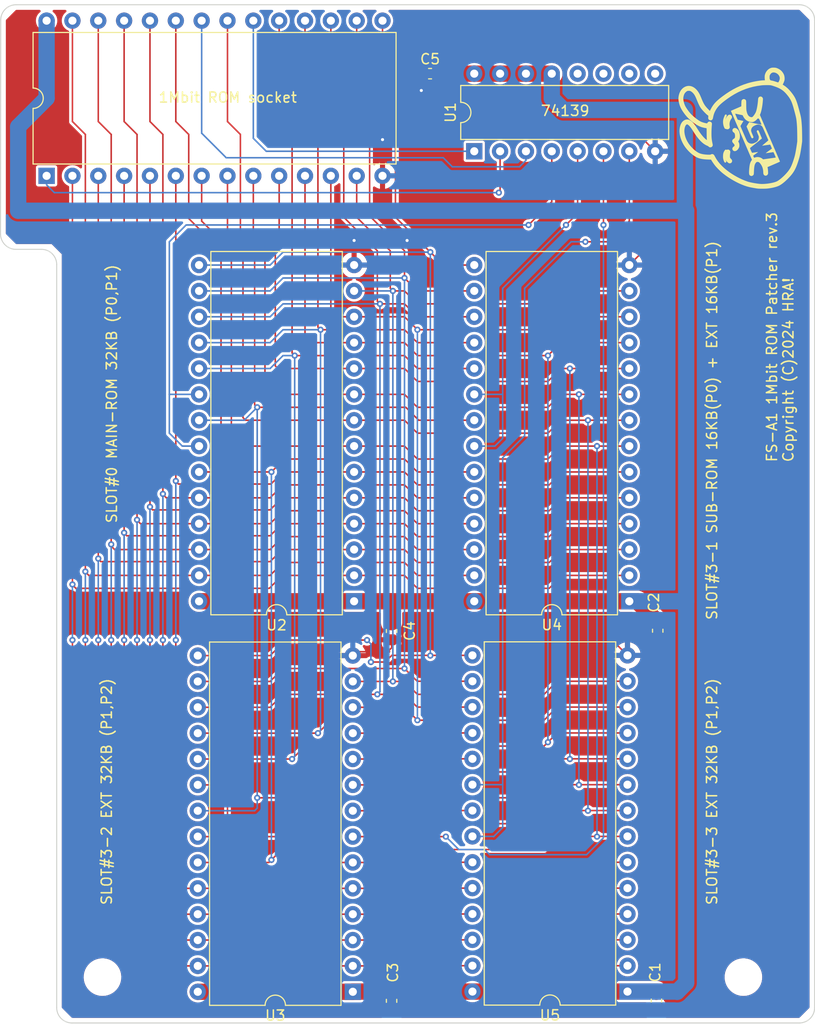
<source format=kicad_pcb>
(kicad_pcb (version 20221018) (generator pcbnew)
  (title_block (title "FS-A1_ROM_Patcher") (rev "1.0"))
  (layers (0 "F.Cu" signal) (31 "B.Cu" signal) (34 "B.Paste" user) (35 "F.Paste" user) (36 "B.SilkS" user "B.Silkscreen") (37 "F.SilkS" user "F.Silkscreen") (38 "B.Mask" user) (39 "F.Mask" user) (44 "Edge.Cuts" user))
  (net 0 "")
  (net 1 "Net-(1Mbit_MaskROM_SOCKET1-A15)")
  (net 2 "/A12")
  (net 3 "/A7")
  (net 4 "/A6")
  (net 5 "/A5")
  (net 6 "/A4")
  (net 7 "/A3")
  (net 8 "/A2")
  (net 9 "/A1")
  (net 10 "/A0")
  (net 11 "/D0")
  (net 12 "/D1")
  (net 13 "/D2")
  (net 14 "GND")
  (net 15 "/D3")
  (net 16 "/D4")
  (net 17 "/D5")
  (net 18 "/D6")
  (net 19 "/D7")
  (net 20 "Net-(1Mbit_MaskROM_SOCKET1-~{CE})")
  (net 21 "/A10")
  (net 22 "Net-(1Mbit_MaskROM_SOCKET1-A16)")
  (net 23 "/A11")
  (net 24 "/A9")
  (net 25 "/A8")
  (net 26 "/A13")
  (net 27 "/A14")
  (net 28 "VCC")
  (net 29 "Net-(U1A-O0)")
  (net 30 "Net-(U1A-O1)")
  (net 31 "Net-(U1A-O2)")
  (net 32 "Net-(U1A-O3)")
  (footprint "Package_DIP:DIP-16_W7.62mm" (layer "F.Cu") (at 106.045 64.389 90)
    (fp_text reference "U1")
    (fp_text value "74LS139")
  )
  (footprint "Capacitor_SMD:C_0603_1608Metric_Pad1.08x0.95mm_HandSolder" (layer "F.Cu") (at 101.7005 56.769)
    (fp_text reference "C5")
    (fp_text value "0.1uF")
  )
  (footprint "Package_DIP:DIP-28_W15.24mm" (layer "F.Cu") (at 94.107 146.939 180)
    (fp_text reference "U3")
    (fp_text value "27256")
  )
  (footprint "0-My_Parts:DIP-28_W15.24mm" (layer "F.Cu") (at 64.008 66.802 90)
    (fp_text reference "1Mbit_MaskROM_SOCKET1" hide)
    (fp_text value "~")
  )
  (footprint "Capacitor_SMD:C_0603_1608Metric_Pad1.08x0.95mm_HandSolder" (layer "F.Cu") (at 97.917 111.506 90)
    (fp_text reference "C4")
    (fp_text value "0.1uF")
  )
  (footprint "MountingHole:MountingHole_3.2mm_M3" (layer "F.Cu") (at 132.5 145.5)
    (fp_text reference "MH4" hide)
    (fp_text value "MountingHole_3.2mm_M3" hide)
  )
  (footprint "Capacitor_SMD:C_0603_1608Metric_Pad1.08x0.95mm_HandSolder" (layer "F.Cu") (at 97.917 147.828 90)
    (fp_text reference "C3")
    (fp_text value "0.1uF")
  )
  (footprint "Capacitor_SMD:C_0603_1608Metric_Pad1.08x0.95mm_HandSolder" (layer "F.Cu") (at 123.952 147.8015 -90)
    (fp_text reference "C1")
    (fp_text value "0.1uF")
  )
  (footprint "0-My_Parts:usa" (layer "F.Cu") (at 132 61.5 90)
    (fp_text reference "")
    (fp_text value "LOGO" hide)
  )
  (footprint "Package_DIP:DIP-28_W15.24mm" (layer "F.Cu") (at 94.234 108.585 180)
    (fp_text reference "U2")
    (fp_text value "27256")
  )
  (footprint "Package_DIP:DIP-28_W15.24mm" (layer "F.Cu") (at 121.107 146.919 180)
    (fp_text reference "U5")
    (fp_text value "27256")
  )
  (footprint "Package_DIP:DIP-28_W15.24mm" (layer "F.Cu") (at 121.285 108.585 180)
    (fp_text reference "U4")
    (fp_text value "27256")
  )
  (footprint "Capacitor_SMD:C_0603_1608Metric_Pad1.08x0.95mm_HandSolder" (layer "F.Cu") (at 124.079 111.4795 90)
    (fp_text reference "C2")
    (fp_text value "0.1uF")
  )
  (footprint "MountingHole:MountingHole_3.2mm_M3" (layer "F.Cu") (at 69.5 145.5)
    (fp_text reference "MH3" hide)
    (fp_text value "MountingHole_3.2mm_M3" hide)
  )
  (gr_line (start 59.5 51.5) (end 59.476584 72.5) (stroke (width 0.1)) (layer "Edge.Cuts"))
  (gr_line (start 139.5 148.5) (end 139.5 51.5) (stroke (width 0.1)) (layer "Edge.Cuts"))
  (gr_line (start 61 50) (end 138 50) (stroke (width 0.1)) (layer "Edge.Cuts"))
  (gr_arc (start 139.5 148.5) (mid 139.06066 149.56066) (end 138 150) (stroke (width 0.1)) (layer "Edge.Cuts"))
  (gr_arc (start 63.5 74.02) (mid 64.56066 74.45934) (end 65 75.52) (stroke (width 0.1)) (layer "Edge.Cuts"))
  (gr_line (start 60.898026 74.019999) (end 63.5 74.02) (stroke (width 0.1)) (layer "Edge.Cuts"))
  (gr_arc (start 66.5 150) (mid 65.43934 149.56066) (end 65 148.5) (stroke (width 0.1)) (layer "Edge.Cuts"))
  (gr_arc (start 138 50) (mid 139.06066 50.43934) (end 139.5 51.5) (stroke (width 0.1)) (layer "Edge.Cuts"))
  (gr_line (start 66.5 150) (end 138 150) (stroke (width 0.1)) (layer "Edge.Cuts"))
  (gr_line (start 65 75.52) (end 65 148.5) (stroke (width 0.1)) (layer "Edge.Cuts"))
  (gr_arc (start 59.5 51.5) (mid 59.93934 50.43934) (end 61 50) (stroke (width 0.1)) (layer "Edge.Cuts"))
  (gr_arc (start 60.898026 74.019999) (mid 59.887313 73.54054) (end 59.476584 72.5) (stroke (width 0.1)) (layer "Edge.Cuts"))
  (gr_text "SLOT#0 MAIN-ROM 32KB (P0,P1)" (at 71 101 90) (layer "F.SilkS") (effects (font (size 1 1)) (justify left bottom)))
  (gr_text "1Mbit ROM socket" (at 74.93 59.69) (layer "F.SilkS") (effects (font (size 1 1)) (justify left bottom)))
  (gr_text "FS-A1 1Mbit ROM Patcher rev.3\nCopyright (C)2024 HRA!" (at 137.5 95 90) (layer "F.SilkS") (effects (font (size 1 1)) (justify left bottom)))
  (gr_text "SLOT#3-3 EXT 32KB (P1,P2)" (at 130 138.5 90) (layer "F.SilkS") (effects (font (size 1 1)) (justify left bottom)))
  (gr_text "SLOT#3-2 EXT 32KB (P1,P2)" (at 70.5 138.5 90) (layer "F.SilkS") (effects (font (size 1 1)) (justify left bottom)))
  (gr_text "74139" (at 112.5 61) (layer "F.SilkS") (effects (font (size 1 1)) (justify left bottom)))
  (gr_text "SLOT#3-1 SUB-ROM 16KB(P0) + EXT 16KB(P1)" (at 130 110.5 90) (layer "F.SilkS") (effects (font (size 1 1)) (justify left bottom)))
  (segment (start 108.585 68.326) (end 108.585 64.389) (width 0.1524) (layer "F.Cu") (net 1))
  (segment (start 108.458 68.453) (end 108.585 68.326) (width 0.1524) (layer "F.Cu") (net 1))
  (via (at 108.458 68.453) (size 0.605) (drill 0.3) (layers "F.Cu" "B.Cu") (net 1))
  (segment (start 64.008 66.802) (end 64.008 67.691) (width 0.1524) (layer "B.Cu") (net 1))
  (segment (start 64.77 68.453) (end 108.458 68.453) (width 0.1524) (layer "B.Cu") (net 1))
  (segment (start 64.008 67.691) (end 64.77 68.453) (width 0.1524) (layer "B.Cu") (net 1))
  (segment (start 66.548 106.978) (end 66.885 107.315) (width 0.1524) (layer "F.Cu") (net 2))
  (segment (start 94.107 144.399) (end 99.187 144.399) (width 0.1524) (layer "F.Cu") (net 2))
  (segment (start 66.885 107.315) (end 85.896 107.315) (width 0.1524) (layer "F.Cu") (net 2))
  (segment (start 66.548 134.874) (end 77.343 145.669) (width 0.1524) (layer "F.Cu") (net 2))
  (segment (start 114.193 144.379) (end 121.107 144.379) (width 0.1524) (layer "F.Cu") (net 2))
  (segment (start 85.979 145.669) (end 87.249 144.399) (width 0.1524) (layer "F.Cu") (net 2))
  (segment (start 77.343 145.669) (end 85.979 145.669) (width 0.1524) (layer "F.Cu") (net 2))
  (segment (start 100.457 145.669) (end 112.903 145.669) (width 0.1524) (layer "F.Cu") (net 2))
  (segment (start 94.234 106.045) (end 99.187 106.045) (width 0.1524) (layer "F.Cu") (net 2))
  (segment (start 85.896 107.315) (end 87.166 106.045) (width 0.1524) (layer "F.Cu") (net 2))
  (segment (start 66.548 66.802) (end 66.548 106.934) (width 0.1524) (layer "F.Cu") (net 2))
  (segment (start 114.681 106.045) (end 121.285 106.045) (width 0.1524) (layer "F.Cu") (net 2))
  (segment (start 87.166 106.045) (end 94.234 106.045) (width 0.1524) (layer "F.Cu") (net 2))
  (segment (start 66.548 112.395) (end 66.548 134.874) (width 0.1524) (layer "F.Cu") (net 2))
  (segment (start 99.187 144.399) (end 100.457 145.669) (width 0.1524) (layer "F.Cu") (net 2))
  (segment (start 87.249 144.399) (end 94.107 144.399) (width 0.1524) (layer "F.Cu") (net 2))
  (segment (start 100.457 107.315) (end 113.411 107.315) (width 0.1524) (layer "F.Cu") (net 2))
  (segment (start 66.548 106.934) (end 66.548 106.978) (width 0.1524) (layer "F.Cu") (net 2))
  (segment (start 113.411 107.315) (end 114.681 106.045) (width 0.1524) (layer "F.Cu") (net 2))
  (segment (start 112.903 145.669) (end 114.193 144.379) (width 0.1524) (layer "F.Cu") (net 2))
  (segment (start 99.187 106.045) (end 100.457 107.315) (width 0.1524) (layer "F.Cu") (net 2))
  (via (at 66.548 112.395) (size 0.605) (drill 0.3) (layers "F.Cu" "B.Cu") (net 2))
  (via (at 66.548 106.934) (size 0.605) (drill 0.3) (layers "F.Cu" "B.Cu") (net 2))
  (segment (start 66.548 106.934) (end 66.548 112.395) (width 0.1524) (layer "B.Cu") (net 2))
  (segment (start 94.234 103.505) (end 87.166 103.505) (width 0.1524) (layer "F.Cu") (net 3))
  (segment (start 69.088 104.438) (end 69.342 104.692) (width 0.1524) (layer "F.Cu") (net 3))
  (segment (start 94.107 141.859) (end 99.187 141.859) (width 0.1524) (layer "F.Cu") (net 3))
  (segment (start 99.187 103.505) (end 100.457 104.775) (width 0.1524) (layer "F.Cu") (net 3))
  (segment (start 69.088 134.874) (end 77.343 143.129) (width 0.1524) (layer "F.Cu") (net 3))
  (segment (start 94.234 103.505) (end 99.187 103.505) (width 0.1524) (layer "F.Cu") (net 3))
  (segment (start 69.088 104.394) (end 69.088 104.438) (width 0.1524) (layer "F.Cu") (net 3))
  (segment (start 112.903 143.129) (end 114.193 141.839) (width 0.1524) (layer "F.Cu") (net 3))
  (segment (start 85.979 104.692) (end 87.144 103.527) (width 0.1524) (layer "F.Cu") (net 3))
  (segment (start 99.187 141.859) (end 100.457 143.129) (width 0.1524) (layer "F.Cu") (net 3))
  (segment (start 69.088 112.395) (end 69.088 134.874) (width 0.1524) (layer "F.Cu") (net 3))
  (segment (start 77.343 143.129) (end 85.979 143.129) (width 0.1524) (layer "F.Cu") (net 3))
  (segment (start 85.979 143.129) (end 87.249 141.859) (width 0.1524) (layer "F.Cu") (net 3))
  (segment (start 69.342 104.692) (end 85.979 104.692) (width 0.1524) (layer "F.Cu") (net 3))
  (segment (start 100.457 104.775) (end 113.411 104.775) (width 0.1524) (layer "F.Cu") (net 3))
  (segment (start 114.193 141.839) (end 121.107 141.839) (width 0.1524) (layer "F.Cu") (net 3))
  (segment (start 87.249 141.859) (end 94.107 141.859) (width 0.1524) (layer "F.Cu") (net 3))
  (segment (start 87.166 103.505) (end 87.144 103.527) (width 0.1524) (layer "F.Cu") (net 3))
  (segment (start 100.457 143.129) (end 112.903 143.129) (width 0.1524) (layer "F.Cu") (net 3))
  (segment (start 114.681 103.505) (end 121.285 103.505) (width 0.1524) (layer "F.Cu") (net 3))
  (segment (start 113.411 104.775) (end 114.681 103.505) (width 0.1524) (layer "F.Cu") (net 3))
  (segment (start 69.088 66.802) (end 69.088 104.394) (width 0.1524) (layer "F.Cu") (net 3))
  (via (at 69.088 112.395) (size 0.605) (drill 0.3) (layers "F.Cu" "B.Cu") (net 3))
  (via (at 69.088 104.394) (size 0.605) (drill 0.3) (layers "F.Cu" "B.Cu") (net 3))
  (segment (start 69.088 104.394) (end 69.088 112.395) (width 0.1524) (layer "B.Cu") (net 3))
  (segment (start 100.457 102.235) (end 113.411 102.235) (width 0.1524) (layer "F.Cu") (net 4))
  (segment (start 85.979 102.152) (end 87.166 100.965) (width 0.1524) (layer "F.Cu") (net 4))
  (segment (start 100.457 140.589) (end 112.903 140.589) (width 0.1524) (layer "F.Cu") (net 4))
  (segment (start 71.628 134.874) (end 77.343 140.589) (width 0.1524) (layer "F.Cu") (net 4))
  (segment (start 87.166 100.965) (end 94.234 100.965) (width 0.1524) (layer "F.Cu") (net 4))
  (segment (start 114.193 139.299) (end 121.107 139.299) (width 0.1524) (layer "F.Cu") (net 4))
  (segment (start 85.979 140.589) (end 87.249 139.319) (width 0.1524) (layer "F.Cu") (net 4))
  (segment (start 114.681 100.965) (end 121.285 100.965) (width 0.1524) (layer "F.Cu") (net 4))
  (segment (start 94.107 139.319) (end 99.187 139.319) (width 0.1524) (layer "F.Cu") (net 4))
  (segment (start 71.628 112.395) (end 71.628 134.874) (width 0.1524) (layer "F.Cu") (net 4))
  (segment (start 99.187 100.965) (end 100.457 102.235) (width 0.1524) (layer "F.Cu") (net 4))
  (segment (start 99.187 139.319) (end 100.457 140.589) (width 0.1524) (layer "F.Cu") (net 4))
  (segment (start 71.628 101.898) (end 71.882 102.152) (width 0.1524) (layer "F.Cu") (net 4))
  (segment (start 94.234 100.965) (end 99.187 100.965) (width 0.1524) (layer "F.Cu") (net 4))
  (segment (start 71.628 101.854) (end 71.628 101.898) (width 0.1524) (layer "F.Cu") (net 4))
  (segment (start 77.343 140.589) (end 85.979 140.589) (width 0.1524) (layer "F.Cu") (net 4))
  (segment (start 113.411 102.235) (end 114.681 100.965) (width 0.1524) (layer "F.Cu") (net 4))
  (segment (start 71.882 102.152) (end 85.979 102.152) (width 0.1524) (layer "F.Cu") (net 4))
  (segment (start 112.903 140.589) (end 114.193 139.299) (width 0.1524) (layer "F.Cu") (net 4))
  (segment (start 87.249 139.319) (end 94.107 139.319) (width 0.1524) (layer "F.Cu") (net 4))
  (segment (start 71.628 66.802) (end 71.628 101.854) (width 0.1524) (layer "F.Cu") (net 4))
  (via (at 71.628 112.395) (size 0.605) (drill 0.3) (layers "F.Cu" "B.Cu") (net 4))
  (via (at 71.628 101.854) (size 0.605) (drill 0.3) (layers "F.Cu" "B.Cu") (net 4))
  (segment (start 71.628 101.854) (end 71.628 112.395) (width 0.1524) (layer "B.Cu") (net 4))
  (segment (start 87.249 136.779) (end 94.107 136.779) (width 0.1524) (layer "F.Cu") (net 5))
  (segment (start 74.422 99.612) (end 85.979 99.612) (width 0.1524) (layer "F.Cu") (net 5))
  (segment (start 85.979 138.049) (end 87.249 136.779) (width 0.1524) (layer "F.Cu") (net 5))
  (segment (start 94.234 98.425) (end 99.187 98.425) (width 0.1524) (layer "F.Cu") (net 5))
  (segment (start 74.168 134.874) (end 77.343 138.049) (width 0.1524) (layer "F.Cu") (net 5))
  (segment (start 100.457 138.049) (end 112.903 138.049) (width 0.1524) (layer "F.Cu") (net 5))
  (segment (start 85.979 99.612) (end 87.166 98.425) (width 0.1524) (layer "F.Cu") (net 5))
  (segment (start 74.168 99.358) (end 74.422 99.612) (width 0.1524) (layer "F.Cu") (net 5))
  (segment (start 99.187 136.779) (end 100.457 138.049) (width 0.1524) (layer "F.Cu") (net 5))
  (segment (start 114.681 98.425) (end 121.285 98.425) (width 0.1524) (layer "F.Cu") (net 5))
  (segment (start 74.168 66.802) (end 74.168 99.314) (width 0.1524) (layer "F.Cu") (net 5))
  (segment (start 77.343 138.049) (end 85.979 138.049) (width 0.1524) (layer "F.Cu") (net 5))
  (segment (start 113.411 99.695) (end 114.681 98.425) (width 0.1524) (layer "F.Cu") (net 5))
  (segment (start 100.457 99.695) (end 113.411 99.695) (width 0.1524) (layer "F.Cu") (net 5))
  (segment (start 94.107 136.779) (end 99.187 136.779) (width 0.1524) (layer "F.Cu") (net 5))
  (segment (start 74.168 99.314) (end 74.168 99.358) (width 0.1524) (layer "F.Cu") (net 5))
  (segment (start 114.193 136.759) (end 121.107 136.759) (width 0.1524) (layer "F.Cu") (net 5))
  (segment (start 74.168 112.395) (end 74.168 134.874) (width 0.1524) (layer "F.Cu") (net 5))
  (segment (start 94.234 98.425) (end 87.166 98.425) (width 0.1524) (layer "F.Cu") (net 5))
  (segment (start 112.903 138.049) (end 114.193 136.759) (width 0.1524) (layer "F.Cu") (net 5))
  (segment (start 99.187 98.425) (end 100.457 99.695) (width 0.1524) (layer "F.Cu") (net 5))
  (via (at 74.168 112.395) (size 0.605) (drill 0.3) (layers "F.Cu" "B.Cu") (net 5))
  (via (at 74.168 99.314) (size 0.605) (drill 0.3) (layers "F.Cu" "B.Cu") (net 5))
  (segment (start 74.168 99.314) (end 74.168 112.395) (width 0.1524) (layer "B.Cu") (net 5))
  (segment (start 86.062 97.072) (end 87.249 95.885) (width 0.1524) (layer "F.Cu") (net 6))
  (segment (start 99.187 134.239) (end 100.457 135.509) (width 0.1524) (layer "F.Cu") (net 6))
  (segment (start 76.708 96.818) (end 76.962 97.072) (width 0.1524) (layer "F.Cu") (net 6))
  (segment (start 94.107 134.239) (end 99.187 134.239) (width 0.1524) (layer "F.Cu") (net 6))
  (segment (start 94.234 95.885) (end 87.249 95.885) (width 0.1524) (layer "F.Cu") (net 6))
  (segment (start 114.681 95.885) (end 121.285 95.885) (width 0.1524) (layer "F.Cu") (net 6))
  (segment (start 76.708 112.395) (end 76.708 134.874) (width 0.1524) (layer "F.Cu") (net 6))
  (segment (start 85.979 135.509) (end 87.249 134.239) (width 0.1524) (layer "F.Cu") (net 6))
  (segment (start 114.193 134.219) (end 121.107 134.219) (width 0.1524) (layer "F.Cu") (net 6))
  (segment (start 87.249 134.239) (end 94.107 134.239) (width 0.1524) (layer "F.Cu") (net 6))
  (segment (start 113.411 97.155) (end 114.681 95.885) (width 0.1524) (layer "F.Cu") (net 6))
  (segment (start 100.457 97.155) (end 113.411 97.155) (width 0.1524) (layer "F.Cu") (net 6))
  (segment (start 99.187 95.885) (end 100.457 97.155) (width 0.1524) (layer "F.Cu") (net 6))
  (segment (start 76.708 96.774) (end 76.708 96.818) (width 0.1524) (layer "F.Cu") (net 6))
  (segment (start 76.708 66.802) (end 76.708 96.774) (width 0.1524) (layer "F.Cu") (net 6))
  (segment (start 76.708 134.874) (end 77.343 135.509) (width 0.1524) (layer "F.Cu") (net 6))
  (segment (start 112.903 135.509) (end 114.193 134.219) (width 0.1524) (layer "F.Cu") (net 6))
  (segment (start 100.457 135.509) (end 112.903 135.509) (width 0.1524) (layer "F.Cu") (net 6))
  (segment (start 77.343 135.509) (end 85.979 135.509) (width 0.1524) (layer "F.Cu") (net 6))
  (segment (start 76.962 97.072) (end 86.062 97.072) (width 0.1524) (layer "F.Cu") (net 6))
  (segment (start 94.234 95.885) (end 99.187 95.885) (width 0.1524) (layer "F.Cu") (net 6))
  (via (at 76.708 96.774) (size 0.605) (drill 0.3) (layers "F.Cu" "B.Cu") (net 6))
  (via (at 76.708 112.395) (size 0.605) (drill 0.3) (layers "F.Cu" "B.Cu") (net 6))
  (segment (start 76.708 96.774) (end 76.708 112.395) (width 0.1524) (layer "B.Cu") (net 6))
  (segment (start 114.193 131.679) (end 118.09 131.679) (width 0.1524) (layer "F.Cu") (net 7))
  (segment (start 118.11 131.699) (end 118.13 131.679) (width 0.1524) (layer "F.Cu") (net 7))
  (segment (start 118.13 131.679) (end 121.107 131.679) (width 0.1524) (layer "F.Cu") (net 7))
  (segment (start 100.457 94.615) (end 113.284 94.615) (width 0.1524) (layer "F.Cu") (net 7))
  (segment (start 82.423 93.345) (end 94.234 93.345) (width 0.1524) (layer "F.Cu") (net 7))
  (segment (start 112.903 132.969) (end 114.193 131.679) (width 0.1524) (layer "F.Cu") (net 7))
  (segment (start 100.457 132.969) (end 112.903 132.969) (width 0.1524) (layer "F.Cu") (net 7))
  (segment (start 118.09 131.679) (end 118.11 131.699) (width 0.1524) (layer "F.Cu") (net 7))
  (segment (start 99.187 131.699) (end 100.457 132.969) (width 0.1524) (layer "F.Cu") (net 7))
  (segment (start 79.248 66.802) (end 79.248 71.247) (width 0.1524) (layer "F.Cu") (net 7))
  (segment (start 114.554 93.345) (end 121.285 93.345) (width 0.1524) (layer "F.Cu") (net 7))
  (segment (start 82.169 93.091) (end 82.423 93.345) (width 0.1524) (layer "F.Cu") (net 7))
  (segment (start 82.169 74.168) (end 82.169 93.091) (width 0.1524) (layer "F.Cu") (net 7))
  (segment (start 99.187 93.345) (end 100.457 94.615) (width 0.1524) (layer "F.Cu") (net 7))
  (segment (start 94.234 93.345) (end 99.187 93.345) (width 0.1524) (layer "F.Cu") (net 7))
  (segment (start 113.284 94.615) (end 114.554 93.345) (width 0.1524) (layer "F.Cu") (net 7))
  (segment (start 94.107 131.699) (end 99.187 131.699) (width 0.1524) (layer "F.Cu") (net 7))
  (segment (start 79.248 71.247) (end 82.169 74.168) (width 0.1524) (layer "F.Cu") (net 7))
  (via (at 118.11 93.345) (size 0.605) (drill 0.3) (layers "F.Cu" "B.Cu") (net 7))
  (via (at 118.11 131.699) (size 0.605) (drill 0.3) (layers "F.Cu" "B.Cu") (net 7))
  (segment (start 118.11 131.699) (end 118.11 93.345) (width 0.1524) (layer "B.Cu") (net 7))
  (segment (start 114.193 129.139) (end 117.201 129.139) (width 0.1524) (layer "F.Cu") (net 8))
  (segment (start 83.566 90.805) (end 94.234 90.805) (width 0.1524) (layer "F.Cu") (net 8))
  (segment (start 117.241 129.139) (end 121.107 129.139) (width 0.1524) (layer "F.Cu") (net 8))
  (segment (start 83.312 74.168) (end 83.312 90.551) (width 0.1524) (layer "F.Cu") (net 8))
  (segment (start 117.221 129.159) (end 117.241 129.139) (width 0.1524) (layer "F.Cu") (net 8))
  (segment (start 117.201 129.139) (end 117.221 129.159) (width 0.1524) (layer "F.Cu") (net 8))
  (segment (start 100.457 130.429) (end 112.903 130.429) (width 0.1524) (layer "F.Cu") (net 8))
  (segment (start 112.903 130.429) (end 114.193 129.139) (width 0.1524) (layer "F.Cu") (net 8))
  (segment (start 114.554 90.805) (end 121.285 90.805) (width 0.1524) (layer "F.Cu") (net 8))
  (segment (start 100.457 92.075) (end 113.284 92.075) (width 0.1524) (layer "F.Cu") (net 8))
  (segment (start 83.312 90.551) (end 83.566 90.805) (width 0.1524) (layer "F.Cu") (net 8))
  (segment (start 113.284 92.075) (end 114.554 90.805) (width 0.1524) (layer "F.Cu") (net 8))
  (segment (start 81.788 72.644) (end 83.312 74.168) (width 0.1524) (layer "F.Cu") (net 8))
  (segment (start 94.234 90.805) (end 99.187 90.805) (width 0.1524) (layer "F.Cu") (net 8))
  (segment (start 99.187 90.805) (end 100.457 92.075) (width 0.1524) (layer "F.Cu") (net 8))
  (segment (start 94.107 129.159) (end 99.187 129.159) (width 0.1524) (layer "F.Cu") (net 8))
  (segment (start 99.187 129.159) (end 100.457 130.429) (width 0.1524) (layer "F.Cu") (net 8))
  (segment (start 81.788 66.802) (end 81.788 72.644) (width 0.1524) (layer "F.Cu") (net 8))
  (via (at 117.221 129.159) (size 0.605) (drill 0.3) (layers "F.Cu" "B.Cu") (net 8))
  (via (at 117.221 90.805) (size 0.605) (drill 0.3) (layers "F.Cu" "B.Cu") (net 8))
  (segment (start 117.221 129.159) (end 117.221 90.805) (width 0.1524) (layer "B.Cu") (net 8))
  (segment (start 99.187 88.265) (end 100.457 89.535) (width 0.1524) (layer "F.Cu") (net 9))
  (segment (start 84.328 73.025) (end 85.471 74.168) (width 0.1524) (layer "F.Cu") (net 9))
  (segment (start 85.471 88.011) (end 85.725 88.265) (width 0.1524) (layer "F.Cu") (net 9))
  (segment (start 85.725 88.265) (end 94.234 88.265) (width 0.1524) (layer "F.Cu") (net 9))
  (segment (start 113.284 89.535) (end 114.554 88.265) (width 0.1524) (layer "F.Cu") (net 9))
  (segment (start 99.187 126.619) (end 100.457 127.889) (width 0.1524) (layer "F.Cu") (net 9))
  (segment (start 100.457 127.889) (end 112.903 127.889) (width 0.1524) (layer "F.Cu") (net 9))
  (segment (start 114.554 88.265) (end 121.285 88.265) (width 0.1524) (layer "F.Cu") (net 9))
  (segment (start 85.471 74.168) (end 85.471 88.011) (width 0.1524) (layer "F.Cu") (net 9))
  (segment (start 94.234 88.265) (end 99.187 88.265) (width 0.1524) (layer "F.Cu") (net 9))
  (segment (start 116.312 126.599) (end 116.332 126.619) (width 0.1524) (layer "F.Cu") (net 9))
  (segment (start 114.193 126.599) (end 116.312 126.599) (width 0.1524) (layer "F.Cu") (net 9))
  (segment (start 100.457 89.535) (end 113.284 89.535) (width 0.1524) (layer "F.Cu") (net 9))
  (segment (start 116.332 126.619) (end 116.352 126.599) (width 0.1524) (layer "F.Cu") (net 9))
  (segment (start 112.903 127.889) (end 114.193 126.599) (width 0.1524) (layer "F.Cu") (net 9))
  (segment (start 94.107 126.619) (end 99.187 126.619) (width 0.1524) (layer "F.Cu") (net 9))
  (segment (start 84.328 66.802) (end 84.328 73.025) (width 0.1524) (layer "F.Cu") (net 9))
  (segment (start 116.352 126.599) (end 121.107 126.599) (width 0.1524) (layer "F.Cu") (net 9))
  (via (at 116.332 88.265) (size 0.605) (drill 0.3) (layers "F.Cu" "B.Cu") (net 9))
  (via (at 116.332 126.619) (size 0.605) (drill 0.3) (layers "F.Cu" "B.Cu") (net 9))
  (segment (start 116.332 126.619) (end 116.332 88.265) (width 0.1524) (layer "B.Cu") (net 9))
  (segment (start 100.457 86.995) (end 113.284 86.995) (width 0.1524) (layer "F.Cu") (net 10))
  (segment (start 86.868 73.787) (end 86.487 74.168) (width 0.1524) (layer "F.Cu") (net 10))
  (segment (start 112.903 125.349) (end 114.193 124.059) (width 0.1524) (layer "F.Cu") (net 10))
  (segment (start 115.463 124.059) (end 121.107 124.059) (width 0.1524) (layer "F.Cu") (net 10))
  (segment (start 86.487 85.471) (end 86.741 85.725) (width 0.1524) (layer "F.Cu") (net 10))
  (segment (start 86.868 66.802) (end 86.868 73.787) (width 0.1524) (layer "F.Cu") (net 10))
  (segment (start 115.443 124.079) (end 115.463 124.059) (width 0.1524) (layer "F.Cu") (net 10))
  (segment (start 114.554 85.725) (end 121.285 85.725) (width 0.1524) (layer "F.Cu") (net 10))
  (segment (start 86.487 74.168) (end 86.487 85.471) (width 0.1524) (layer "F.Cu") (net 10))
  (segment (start 99.187 124.079) (end 100.457 125.349) (width 0.1524) (layer "F.Cu") (net 10))
  (segment (start 114.193 124.059) (end 115.423 124.059) (width 0.1524) (layer "F.Cu") (net 10))
  (segment (start 100.457 125.349) (end 112.903 125.349) (width 0.1524) (layer "F.Cu") (net 10))
  (segment (start 94.107 124.079) (end 99.187 124.079) (width 0.1524) (layer "F.Cu") (net 10))
  (segment (start 86.741 85.725) (end 94.234 85.725) (width 0.1524) (layer "F.Cu") (net 10))
  (segment (start 113.284 86.995) (end 114.554 85.725) (width 0.1524) (layer "F.Cu") (net 10))
  (segment (start 115.423 124.059) (end 115.443 124.079) (width 0.1524) (layer "F.Cu") (net 10))
  (segment (start 94.234 85.725) (end 99.187 85.725) (width 0.1524) (layer "F.Cu") (net 10))
  (segment (start 99.187 85.725) (end 100.457 86.995) (width 0.1524) (layer "F.Cu") (net 10))
  (via (at 115.443 124.079) (size 0.605) (drill 0.3) (layers "F.Cu" "B.Cu") (net 10))
  (via (at 115.443 85.725) (size 0.605) (drill 0.3) (layers "F.Cu" "B.Cu") (net 10))
  (segment (start 115.443 124.079) (end 115.443 85.725) (width 0.1524) (layer "B.Cu") (net 10))
  (segment (start 99.187 121.539) (end 100.457 122.809) (width 0.1524) (layer "F.Cu") (net 11))
  (segment (start 89.408 66.802) (end 89.408 82.931) (width 0.1524) (layer "F.Cu") (net 11))
  (segment (start 112.903 122.809) (end 114.193 121.519) (width 0.1524) (layer "F.Cu") (net 11))
  (segment (start 114.193 121.519) (end 121.107 121.519) (width 0.1524) (layer "F.Cu") (net 11))
  (segment (start 89.662 83.185) (end 94.234 83.185) (width 0.1524) (layer "F.Cu") (net 11))
  (segment (start 100.457 84.455) (end 113.284 84.455) (width 0.1524) (layer "F.Cu") (net 11))
  (segment (start 99.187 83.185) (end 100.457 84.455) (width 0.1524) (layer "F.Cu") (net 11))
  (segment (start 94.234 83.185) (end 99.187 83.185) (width 0.1524) (layer "F.Cu") (net 11))
  (segment (start 89.408 82.931) (end 89.662 83.185) (width 0.1524) (layer "F.Cu") (net 11))
  (segment (start 100.457 122.809) (end 112.903 122.809) (width 0.1524) (layer "F.Cu") (net 11))
  (segment (start 94.107 121.539) (end 99.187 121.539) (width 0.1524) (layer "F.Cu") (net 11))
  (segment (start 113.284 84.455) (end 114.554 83.185) (width 0.1524) (layer "F.Cu") (net 11))
  (segment (start 114.554 83.185) (end 121.285 83.185) (width 0.1524) (layer "F.Cu") (net 11))
  (via (at 113.284 84.455) (size 0.605) (drill 0.3) (layers "F.Cu" "B.Cu") (net 11))
  (via (at 113.284 122.428) (size 0.605) (drill 0.3) (layers "F.Cu" "B.Cu") (net 11))
  (segment (start 113.284 84.455) (end 113.284 122.428) (width 0.1524) (layer "B.Cu") (net 11))
  (segment (start 99.187 118.999) (end 100.457 120.269) (width 0.1524) (layer "F.Cu") (net 12))
  (segment (start 112.903 120.269) (end 114.193 118.979) (width 0.1524) (layer "F.Cu") (net 12))
  (segment (start 94.107 118.999) (end 99.187 118.999) (width 0.1524) (layer "F.Cu") (net 12))
  (segment (start 92.202 80.645) (end 94.234 80.645) (width 0.1524) (layer "F.Cu") (net 12))
  (segment (start 91.948 66.802) (end 91.948 80.391) (width 0.1524) (layer "F.Cu") (net 12))
  (segment (start 94.234 80.645) (end 99.187 80.645) (width 0.1524) (layer "F.Cu") (net 12))
  (segment (start 100.457 120.269) (end 112.903 120.269) (width 0.1524) (layer "F.Cu") (net 12))
  (segment (start 114.554 80.645) (end 121.285 80.645) (width 0.1524) (layer "F.Cu") (net 12))
  (segment (start 99.187 80.645) (end 100.457 81.915) (width 0.1524) (layer "F.Cu") (net 12))
  (segment (start 113.284 81.915) (end 114.554 80.645) (width 0.1524) (layer "F.Cu") (net 12))
  (segment (start 91.948 80.391) (end 92.202 80.645) (width 0.1524) (layer "F.Cu") (net 12))
  (segment (start 114.193 118.979) (end 121.107 118.979) (width 0.1524) (layer "F.Cu") (net 12))
  (segment (start 100.457 81.915) (end 113.284 81.915) (width 0.1524) (layer "F.Cu") (net 12))
  (via (at 100.457 81.915) (size 0.605) (drill 0.3) (layers "F.Cu" "B.Cu") (net 12))
  (via (at 100.457 120.269) (size 0.605) (drill 0.3) (layers "F.Cu" "B.Cu") (net 12))
  (segment (start 100.457 81.915) (end 100.457 120.269) (width 0.1524) (layer "B.Cu") (net 12))
  (segment (start 112.903 117.729) (end 114.193 116.439) (width 0.1524) (layer "F.Cu") (net 13))
  (segment (start 94.488 70.866) (end 97.79 74.168) (width 0.1524) (layer "F.Cu") (net 13))
  (segment (start 97.79 77.851) (end 98.044 78.105) (width 0.1524) (layer "F.Cu") (net 13))
  (segment (start 114.554 78.105) (end 121.285 78.105) (width 0.1524) (layer "F.Cu") (net 13))
  (segment (start 94.107 116.459) (end 99.187 116.459) (width 0.1524) (layer "F.Cu") (net 13))
  (segment (start 100.457 79.375) (end 113.284 79.375) (width 0.1524) (layer "F.Cu") (net 13))
  (segment (start 114.193 116.439) (end 121.107 116.439) (width 0.1524) (layer "F.Cu") (net 13))
  (segment (start 99.187 78.105) (end 100.457 79.375) (width 0.1524) (layer "F.Cu") (net 13))
  (segment (start 94.488 66.802) (end 94.488 70.866) (width 0.1524) (layer "F.Cu") (net 13))
  (segment (start 113.284 79.375) (end 114.554 78.105) (width 0.1524) (layer "F.Cu") (net 13))
  (segment (start 99.187 116.459) (end 100.457 117.729) (width 0.1524) (layer "F.Cu") (net 13))
  (segment (start 100.457 117.729) (end 112.903 117.729) (width 0.1524) (layer "F.Cu") (net 13))
  (segment (start 97.79 74.168) (end 97.79 77.851) (width 0.1524) (layer "F.Cu") (net 13))
  (segment (start 98.044 78.105) (end 99.187 78.105) (width 0.1524) (layer "F.Cu") (net 13))
  (via (at 98.044 116.459) (size 0.605) (drill 0.3) (layers "F.Cu" "B.Cu") (net 13))
  (via (at 98.044 78.105) (size 0.605) (drill 0.3) (layers "F.Cu" "B.Cu") (net 13))
  (segment (start 98.044 78.105) (end 94.234 78.105) (width 0.1524) (layer "B.Cu") (net 13))
  (segment (start 98.044 78.105) (end 98.044 116.459) (width 0.1524) (layer "B.Cu") (net 13))
  (segment (start 119.5765 112.3685) (end 121.107 113.899) (width 0.1524) (layer "F.Cu") (net 14))
  (segment (start 124.079 113.157) (end 123.3805 113.8555) (width 0.1524) (layer "F.Cu") (net 14))
  (segment (start 108.966 62.103) (end 121.539 62.103) (width 0.1524) (layer "F.Cu") (net 14))
  (segment (start 100.838 58.42) (end 105.283 58.42) (width 0.1524) (layer "F.Cu") (net 14))
  (segment (start 121.539 62.103) (end 123.825 64.389) (width 0.1524) (layer "F.Cu") (net 14))
  (segment (start 97.917 112.3685) (end 119.5765 112.3685) (width 0.1524) (layer "F.Cu") (net 14))
  (segment (start 125.603 116.078) (end 123.3805 113.8555) (width 0.1524) (layer "F.Cu") (net 14))
  (segment (start 125.402 148.664) (end 125.603 148.463) (width 0.1524) (layer "F.Cu") (net 14))
  (segment (start 105.283 58.42) (end 108.966 62.103) (width 0.1524) (layer "F.Cu") (net 14))
  (segment (start 123.952 148.664) (end 125.402 148.664) (width 0.1524) (layer "F.Cu") (net 14))
  (segment (start 97.028 66.802) (end 97.028 63.246) (width 0.1524) (layer "F.Cu") (net 14))
  (segment (start 100.838 56.769) (end 100.838 58.42) (width 0.1524) (layer "F.Cu") (net 14))
  (segment (start 97.028 66.802) (end 97.028 70.104) (width 0.1524) (layer "F.Cu") (net 14))
  (segment (start 97.917 148.6905) (end 123.9255 148.6905) (width 0.1524) (layer "F.Cu") (net 14))
  (segment (start 97.536 113.538) (end 94.488 113.538) (width 0.1524) (layer "F.Cu") (net 14))
  (segment (start 97.028 70.104) (end 97.028 70.739) (width 0.1524) (layer "F.Cu") (net 14))
  (segment (start 123.317 113.919) (end 121.127 113.919) (width 0.1524) (layer "F.Cu") (net 14))
  (segment (start 123.825 64.389) (end 123.825 73.025) (width 0.1524) (layer "F.Cu") (net 14))
  (segment (start 97.917 113.157) (end 97.536 113.538) (width 0.1524) (layer "F.Cu") (net 14))
  (segment (start 97.917 112.3685) (end 97.917 113.157) (width 0.1524) (layer "F.Cu") (net 14))
  (segment (start 124.079 112.342) (end 124.079 113.157) (width 0.1524) (layer "F.Cu") (net 14))
  (segment (start 123.825 73.025) (end 121.285 75.565) (width 0.1524) (layer "F.Cu") (net 14))
  (segment (start 97.028 70.739) (end 99.441 73.152) (width 0.1524) (layer "F.Cu") (net 14))
  (segment (start 125.603 116.078) (end 125.603 74.803) (width 0.1524) (layer "F.Cu") (net 14))
  (segment (start 123.3805 113.8555) (end 123.317 113.919) (width 0.1524) (layer "F.Cu") (net 14))
  (segment (start 125.603 74.803) (end 123.825 73.025) (width 0.1524) (layer "F.Cu") (net 14))
  (segment (start 125.603 148.463) (end 125.603 116.078) (width 0.1524) (layer "F.Cu") (net 14))
  (segment (start 94.234 75.565) (end 94.234 73.152) (width 0.1524) (layer "F.Cu") (net 14))
  (via (at 99.441 73.152) (size 0.605) (drill 0.3) (layers "F.Cu" "B.Cu") (net 14))
  (via (at 94.234 73.152) (size 0.605) (drill 0.3) (layers "F.Cu" "B.Cu") (net 14))
  (via (at 100.838 58.42) (size 0.605) (drill 0.3) (layers "F.Cu" "B.Cu") (net 14))
  (via (at 97.028 63.246) (size 0.605) (drill 0.3) (layers "F.Cu" "B.Cu") (net 14))
  (segment (start 97.028 62.23) (end 97.028 63.246) (width 0.1524) (layer "B.Cu") (net 14))
  (segment (start 94.234 73.152) (end 99.441 73.152) (width 0.1524) (layer "B.Cu") (net 14))
  (segment (start 100.838 58.42) (end 97.028 62.23) (width 0.1524) (layer "B.Cu") (net 14))
  (segment (start 105.867 113.899) (end 97.937 113.899) (width 0.1524) (layer "F.Cu") (net 15))
  (segment (start 97.028 51.562) (end 97.028 61.468) (width 0.1524) (layer "F.Cu") (net 15))
  (segment (start 98.298 70.866) (end 101.727 74.295) (width 0.1524) (layer "F.Cu") (net 15))
  (segment (start 97.937 113.899) (end 97.282 114.554) (width 0.1524) (layer "F.Cu") (net 15))
  (segment (start 98.298 62.738) (end 98.298 70.866) (width 0.1524) (layer "F.Cu") (net 15))
  (segment (start 85.979 113.919) (end 87.503 112.395) (width 0.1524) (layer "F.Cu") (net 15))
  (segment (start 102.997 75.565) (end 106.045 75.565) (width 0.1524) (layer "F.Cu") (net 15))
  (segment (start 97.028 61.468) (end 98.298 62.738) (width 0.1524) (layer "F.Cu") (net 15))
  (segment (start 101.727 74.295) (end 102.997 75.565) (width 0.1524) (layer "F.Cu") (net 15))
  (segment (start 78.867 113.919) (end 85.979 113.919) (width 0.1524) (layer "F.Cu") (net 15))
  (segment (start 87.503 112.395) (end 95.504 112.395) (width 0.1524) (layer "F.Cu") (net 15))
  (segment (start 97.282 114.554) (end 95.885 114.554) (width 0.1524) (layer "F.Cu") (net 15))
  (via (at 101.727 113.919) (size 0.605) (drill 0.3) (layers "F.Cu" "B.Cu") (net 15))
  (via (at 95.885 114.554) (size 0.605) (drill 0.3) (layers "F.Cu" "B.Cu") (net 15))
  (via (at 101.727 74.295) (size 0.605) (drill 0.3) (layers "F.Cu" "B.Cu") (net 15))
  (via (at 95.504 112.395) (size 0.605) (drill 0.3) (layers "F.Cu" "B.Cu") (net 15))
  (segment (start 101.727 74.295) (end 87.249 74.295) (width 0.1524) (layer "B.Cu") (net 15))
  (segment (start 87.249 74.295) (end 85.979 75.565) (width 0.1524) (layer "B.Cu") (net 15))
  (segment (start 101.727 113.792) (end 101.727 113.919) (width 0.1524) (layer "B.Cu") (net 15))
  (segment (start 101.727 74.295) (end 101.727 113.792) (width 0.1524) (layer "B.Cu") (net 15))
  (segment (start 85.979 75.565) (end 78.994 75.565) (width 0.1524) (layer "B.Cu") (net 15))
  (segment (start 95.885 114.554) (end 95.885 112.776) (width 0.1524) (layer "B.Cu") (net 15))
  (segment (start 95.885 112.776) (end 95.504 112.395) (width 0.1524) (layer "B.Cu") (net 15))
  (segment (start 99.187 115.189) (end 87.249 115.189) (width 0.1524) (layer "F.Cu") (net 16))
  (segment (start 87.249 115.189) (end 85.979 116.459) (width 0.1524) (layer "F.Cu") (net 16))
  (segment (start 99.187 76.835) (end 100.457 78.105) (width 0.1524) (layer "F.Cu") (net 16))
  (segment (start 85.979 116.459) (end 78.867 116.459) (width 0.1524) (layer "F.Cu") (net 16))
  (segment (start 100.457 78.105) (end 106.045 78.105) (width 0.1524) (layer "F.Cu") (net 16))
  (segment (start 94.488 51.562) (end 94.488 61.468) (width 0.1524) (layer "F.Cu") (net 16))
  (segment (start 99.187 74.168) (end 99.187 76.835) (width 0.1524) (layer "F.Cu") (net 16))
  (segment (start 95.758 62.738) (end 95.758 70.739) (width 0.1524) (layer "F.Cu") (net 16))
  (segment (start 95.758 70.739) (end 99.187 74.168) (width 0.1524) (layer "F.Cu") (net 16))
  (segment (start 94.488 61.468) (end 95.758 62.738) (width 0.1524) (layer "F.Cu") (net 16))
  (segment (start 99.187 115.189) (end 100.437 116.439) (width 0.1524) (layer "F.Cu") (net 16))
  (segment (start 100.437 116.439) (end 105.867 116.439) (width 0.1524) (layer "F.Cu") (net 16))
  (via (at 99.187 115.189) (size 0.605) (drill 0.3) (layers "F.Cu" "B.Cu") (net 16))
  (via (at 99.187 76.835) (size 0.605) (drill 0.3) (layers "F.Cu" "B.Cu") (net 16))
  (segment (start 99.187 76.835) (end 99.187 115.189) (width 0.1524) (layer "B.Cu") (net 16))
  (segment (start 99.187 76.835) (end 87.249 76.835) (width 0.1524) (layer "B.Cu") (net 16))
  (segment (start 87.249 76.835) (end 85.979 78.105) (width 0.1524) (layer "B.Cu") (net 16))
  (segment (start 85.979 78.105) (end 78.994 78.105) (width 0.1524) (layer "B.Cu") (net 16))
  (segment (start 96.52 117.729) (end 87.249 117.729) (width 0.1524) (layer "F.Cu") (net 17))
  (segment (start 91.948 61.468) (end 93.218 62.738) (width 0.1524) (layer "F.Cu") (net 17))
  (segment (start 100.477 118.979) (end 105.867 118.979) (width 0.1524) (layer "F.Cu") (net 17))
  (segment (start 99.187 117.729) (end 100.457 118.999) (width 0.1524) (layer "F.Cu") (net 17))
  (segment (start 93.218 70.866) (end 96.52 74.168) (width 0.1524) (layer "F.Cu") (net 17))
  (segment (start 96.52 117.729) (end 99.187 117.729) (width 0.1524) (layer "F.Cu") (net 17))
  (segment (start 87.249 117.729) (end 85.979 118.999) (width 0.1524) (layer "F.Cu") (net 17))
  (segment (start 85.979 118.999) (end 78.867 118.999) (width 0.1524) (layer "F.Cu") (net 17))
  (segment (start 91.948 51.562) (end 91.948 61.468) (width 0.1524) (layer "F.Cu") (net 17))
  (segment (start 93.218 62.738) (end 93.218 70.866) (width 0.1524) (layer "F.Cu") (net 17))
  (segment (start 96.52 79.121) (end 96.774 79.375) (width 0.1524) (layer "F.Cu") (net 17))
  (segment (start 100.457 118.999) (end 100.477 118.979) (width 0.1524) (layer "F.Cu") (net 17))
  (segment (start 99.187 79.375) (end 100.457 80.645) (width 0.1524) (layer "F.Cu") (net 17))
  (segment (start 100.457 80.645) (end 106.045 80.645) (width 0.1524) (layer "F.Cu") (net 17))
  (segment (start 96.774 79.375) (end 99.187 79.375) (width 0.1524) (layer "F.Cu") (net 17))
  (segment (start 96.52 74.168) (end 96.52 79.121) (width 0.1524) (layer "F.Cu") (net 17))
  (via (at 96.774 79.375) (size 0.605) (drill 0.3) (layers "F.Cu" "B.Cu") (net 17))
  (via (at 96.52 117.729) (size 0.605) (drill 0.3) (layers "F.Cu" "B.Cu") (net 17))
  (segment (start 96.774 79.375) (end 96.774 117.475) (width 0.1524) (layer "B.Cu") (net 17))
  (segment (start 85.979 80.645) (end 78.994 80.645) (width 0.1524) (layer "B.Cu") (net 17))
  (segment (start 96.774 79.375) (end 87.249 79.375) (width 0.1524) (layer "B.Cu") (net 17))
  (segment (start 96.774 117.475) (end 96.52 117.729) (width 0.1524) (layer "B.Cu") (net 17))
  (segment (start 87.249 79.375) (end 85.979 80.645) (width 0.1524) (layer "B.Cu") (net 17))
  (segment (start 90.932 81.915) (end 99.187 81.915) (width 0.1524) (layer "F.Cu") (net 18))
  (segment (start 99.187 81.915) (end 100.457 83.185) (width 0.1524) (layer "F.Cu") (net 18))
  (segment (start 90.678 62.738) (end 90.678 81.661) (width 0.1524) (layer "F.Cu") (net 18))
  (segment (start 100.437 121.519) (end 105.867 121.519) (width 0.1524) (layer "F.Cu") (net 18))
  (segment (start 90.678 121.539) (end 78.867 121.539) (width 0.1524) (layer "F.Cu") (net 18))
  (segment (start 89.408 61.468) (end 90.678 62.738) (width 0.1524) (layer "F.Cu") (net 18))
  (segment (start 99.187 120.269) (end 100.437 121.519) (width 0.1524) (layer "F.Cu") (net 18))
  (segment (start 90.678 121.539) (end 91.948 120.269) (width 0.1524) (layer "F.Cu") (net 18))
  (segment (start 89.408 51.562) (end 89.408 61.468) (width 0.1524) (layer "F.Cu") (net 18))
  (segment (start 90.678 81.661) (end 90.932 81.915) (width 0.1524) (layer "F.Cu") (net 18))
  (segment (start 100.457 83.185) (end 106.045 83.185) (width 0.1524) (layer "F.Cu") (net 18))
  (segment (start 91.948 120.269) (end 99.187 120.269) (width 0.1524) (layer "F.Cu") (net 18))
  (via (at 90.678 121.539) (size 0.605) (drill 0.3) (layers "F.Cu" "B.Cu") (net 18))
  (via (at 90.932 81.915) (size 0.605) (drill 0.3) (layers "F.Cu" "B.Cu") (net 18))
  (segment (start 90.932 81.915) (end 90.932 121.285) (width 0.1524) (layer "B.Cu") (net 18))
  (segment (start 85.979 83.185) (end 78.994 83.185) (width 0.1524) (layer "B.Cu") (net 18))
  (segment (start 90.932 81.915) (end 87.249 81.915) (width 0.1524) (layer "B.Cu") (net 18))
  (segment (start 87.249 81.915) (end 85.979 83.185) (width 0.1524) (layer "B.Cu") (net 18))
  (segment (start 90.932 121.285) (end 90.678 121.539) (width 0.1524) (layer "B.Cu") (net 18))
  (segment (start 88.138 124.079) (end 78.867 124.079) (width 0.1524) (layer "F.Cu") (net 19))
  (segment (start 89.281 122.936) (end 88.138 124.079) (width 0.1524) (layer "F.Cu") (net 19))
  (segment (start 88.138 84.201) (end 88.392 84.455) (width 0.1524) (layer "F.Cu") (net 19))
  (segment (start 86.868 61.468) (end 88.138 62.738) (width 0.1524) (layer "F.Cu") (net 19))
  (segment (start 88.138 62.738) (end 88.138 84.201) (width 0.1524) (layer "F.Cu") (net 19))
  (segment (start 99.314 122.936) (end 89.281 122.936) (width 0.1524) (layer "F.Cu") (net 19))
  (segment (start 100.457 85.725) (end 106.045 85.725) (width 0.1524) (layer "F.Cu") (net 19))
  (segment (start 100.477 124.059) (end 100.457 124.079) (width 0.1524) (layer "F.Cu") (net 19))
  (segment (start 105.867 124.059) (end 100.477 124.059) (width 0.1524) (layer "F.Cu") (net 19))
  (segment (start 99.187 84.455) (end 100.457 85.725) (width 0.1524) (layer "F.Cu") (net 19))
  (segment (start 86.868 51.562) (end 86.868 61.468) (width 0.1524) (layer "F.Cu") (net 19))
  (segment (start 88.392 84.455) (end 99.187 84.455) (width 0.1524) (layer "F.Cu") (net 19))
  (segment (start 100.457 124.079) (end 99.314 122.936) (width 0.1524) (layer "F.Cu") (net 19))
  (via (at 88.138 124.079) (size 0.605) (drill 0.3) (layers "F.Cu" "B.Cu") (net 19))
  (via (at 88.392 84.455) (size 0.605) (drill 0.3) (layers "F.Cu" "B.Cu") (net 19))
  (segment (start 85.979 85.725) (end 78.994 85.725) (width 0.1524) (layer "B.Cu") (net 19))
  (segment (start 88.392 123.825) (end 88.138 124.079) (width 0.1524) (layer "B.Cu") (net 19))
  (segment (start 88.392 84.455) (end 87.249 84.455) (width 0.1524) (layer "B.Cu") (net 19))
  (segment (start 88.392 84.455) (end 88.392 123.825) (width 0.1524) (layer "B.Cu") (net 19))
  (segment (start 87.249 84.455) (end 85.979 85.725) (width 0.1524) (layer "B.Cu") (net 19))
  (segment (start 84.328 63.119) (end 84.328 51.562) (width 0.1524) (layer "B.Cu") (net 20))
  (segment (start 106.045 64.389) (end 85.598 64.389) (width 0.1524) (layer "B.Cu") (net 20))
  (segment (start 85.598 64.389) (end 84.328 63.119) (width 0.1524) (layer "B.Cu") (net 20))
  (segment (start 83.058 62.738) (end 83.058 72.771) (width 0.1524) (layer "F.Cu") (net 21))
  (segment (start 105.867 129.139) (end 100.477 129.139) (width 0.1524) (layer "F.Cu") (net 21))
  (segment (start 100.584 90.805) (end 106.045 90.805) (width 0.1524) (layer "F.Cu") (net 21))
  (segment (start 100.477 129.139) (end 100.457 129.159) (width 0.1524) (layer "F.Cu") (net 21))
  (segment (start 81.788 51.562) (end 81.788 61.468) (width 0.1524) (layer "F.Cu") (net 21))
  (segment (start 99.187 127.889) (end 84.709 127.889) (width 0.1524) (layer "F.Cu") (net 21))
  (segment (start 83.058 72.771) (end 84.455 74.168) (width 0.1524) (layer "F.Cu") (net 21))
  (segment (start 84.455 74.168) (end 84.455 89.281) (width 0.1524) (layer "F.Cu") (net 21))
  (segment (start 84.455 89.281) (end 84.709 89.535) (width 0.1524) (layer "F.Cu") (net 21))
  (segment (start 84.709 89.535) (end 99.314 89.535) (width 0.1524) (layer "F.Cu") (net 21))
  (segment (start 100.457 129.159) (end 99.187 127.889) (width 0.1524) (layer "F.Cu") (net 21))
  (segment (start 99.314 89.535) (end 100.584 90.805) (width 0.1524) (layer "F.Cu") (net 21))
  (segment (start 81.788 61.468) (end 83.058 62.738) (width 0.1524) (layer "F.Cu") (net 21))
  (via (at 84.709 127.889) (size 0.605) (drill 0.3) (layers "F.Cu" "B.Cu") (net 21))
  (via (at 84.709 89.535) (size 0.605) (drill 0.3) (layers "F.Cu" "B.Cu") (net 21))
  (segment (start 84.709 128.905) (end 84.455 129.159) (width 0.1524) (layer "B.Cu") (net 21))
  (segment (start 84.455 129.159) (end 78.867 129.159) (width 0.1524) (layer "B.Cu") (net 21))
  (segment (start 84.709 89.535) (end 83.439 90.805) (width 0.1524) (layer "B.Cu") (net 21))
  (segment (start 83.439 90.805) (end 78.994 90.805) (width 0.1524) (layer "B.Cu") (net 21))
  (segment (start 84.709 89.535) (end 84.709 128.905) (width 0.1524) (layer "B.Cu") (net 21))
  (segment (start 79.248 62.611) (end 81.661 65.024) (width 0.1524) (layer "B.Cu") (net 22))
  (segment (start 102.997 65.024) (end 103.886 65.913) (width 0.1524) (layer "B.Cu") (net 22))
  (segment (start 110.49 65.913) (end 111.125 65.278) (width 0.1524) (layer "B.Cu") (net 22))
  (segment (start 81.661 65.024) (end 102.997 65.024) (width 0.1524) (layer "B.Cu") (net 22))
  (segment (start 103.886 65.913) (end 110.49 65.913) (width 0.1524) (layer "B.Cu") (net 22))
  (segment (start 79.248 51.562) (end 79.248 62.611) (width 0.1524) (layer "B.Cu") (net 22))
  (segment (start 111.125 65.278) (end 111.125 64.389) (width 0.1524) (layer "B.Cu") (net 22))
  (segment (start 76.708 51.562) (end 76.708 61.468) (width 0.1524) (layer "F.Cu") (net 23))
  (segment (start 77.978 62.738) (end 77.978 70.993) (width 0.1524) (layer "F.Cu") (net 23))
  (segment (start 100.457 95.885) (end 106.045 95.885) (width 0.1524) (layer "F.Cu") (net 23))
  (segment (start 87.376 94.615) (end 99.187 94.615) (width 0.1524) (layer "F.Cu") (net 23))
  (segment (start 81.2 95.885) (end 86.106 95.885) (width 0.1524) (layer "F.Cu") (net 23))
  (segment (start 99.187 132.969) (end 87.122 132.969) (width 0.1524) (layer "F.Cu") (net 23))
  (segment (start 81.153 95.802) (end 81.135 95.82) (width 0.1524) (layer "F.Cu") (net 23))
  (segment (start 100.457 134.239) (end 99.187 132.969) (width 0.1524) (layer "F.Cu") (net 23))
  (segment (start 87.122 132.969) (end 85.852 134.239) (width 0.1524) (layer "F.Cu") (net 23))
  (segment (start 81.153 74.168) (end 81.153 95.802) (width 0.1524) (layer "F.Cu") (net 23))
  (segment (start 85.852 134.239) (end 78.867 134.239) (width 0.1524) (layer "F.Cu") (net 23))
  (segment (start 99.187 94.615) (end 100.457 95.885) (width 0.1524) (layer "F.Cu") (net 23))
  (segment (start 76.708 61.468) (end 77.978 62.738) (width 0.1524) (layer "F.Cu") (net 23))
  (segment (start 77.978 70.993) (end 81.153 74.168) (width 0.1524) (layer "F.Cu") (net 23))
  (segment (start 105.867 134.219) (end 100.477 134.219) (width 0.1524) (layer "F.Cu") (net 23))
  (segment (start 78.994 95.885) (end 81.2 95.885) (width 0.1524) (layer "F.Cu") (net 23))
  (segment (start 86.106 95.885) (end 87.376 94.615) (width 0.1524) (layer "F.Cu") (net 23))
  (segment (start 81.135 95.82) (end 81.2 95.885) (width 0.1524) (layer "F.Cu") (net 23))
  (segment (start 100.477 134.219) (end 100.457 134.239) (width 0.1524) (layer "F.Cu") (net 23))
  (via (at 86.106 95.885) (size 0.605) (drill 0.3) (layers "F.Cu" "B.Cu") (net 23))
  (via (at 86.106 133.985) (size 0.605) (drill 0.3) (layers "F.Cu" "B.Cu") (net 23))
  (segment (start 86.106 95.885) (end 86.106 133.985) (width 0.1524) (layer "B.Cu") (net 23))
  (segment (start 75.438 98.044) (end 75.438 98.088) (width 0.1524) (layer "F.Cu") (net 24))
  (segment (start 105.867 136.759) (end 100.564 136.759) (width 0.1524) (layer "F.Cu") (net 24))
  (segment (start 75.775 98.425) (end 78.994 98.425) (width 0.1524) (layer "F.Cu") (net 24))
  (segment (start 87.249 135.509) (end 85.979 136.779) (width 0.1524) (layer "F.Cu") (net 24))
  (segment (start 85.979 136.779) (end 78.867 136.779) (width 0.1524) (layer "F.Cu") (net 24))
  (segment (start 75.438 112.395) (end 75.438 134.874) (width 0.1524) (layer "F.Cu") (net 24))
  (segment (start 74.168 61.468) (end 75.438 62.738) (width 0.1524) (layer "F.Cu") (net 24))
  (segment (start 74.168 51.562) (end 74.168 61.468) (width 0.1524) (layer "F.Cu") (net 24))
  (segment (start 75.438 134.874) (end 77.343 136.779) (width 0.1524) (layer "F.Cu") (net 24))
  (segment (start 85.979 98.425) (end 87.249 97.155) (width 0.1524) (layer "F.Cu") (net 24))
  (segment (start 75.438 62.738) (end 75.438 98.044) (width 0.1524) (layer "F.Cu") (net 24))
  (segment (start 100.457 98.425) (end 106.045 98.425) (width 0.1524) (layer "F.Cu") (net 24))
  (segment (start 99.314 135.509) (end 87.249 135.509) (width 0.1524) (layer "F.Cu") (net 24))
  (segment (start 87.249 97.155) (end 99.187 97.155) (width 0.1524) (layer "F.Cu") (net 24))
  (segment (start 75.438 98.088) (end 75.775 98.425) (width 0.1524) (layer "F.Cu") (net 24))
  (segment (start 77.343 136.779) (end 78.867 136.779) (width 0.1524) (layer "F.Cu") (net 24))
  (segment (start 100.564 136.759) (end 99.314 135.509) (width 0.1524) (layer "F.Cu") (net 24))
  (segment (start 99.187 97.155) (end 100.457 98.425) (width 0.1524) (layer "F.Cu") (net 24))
  (segment (start 78.994 98.425) (end 85.979 98.425) (width 0.1524) (layer "F.Cu") (net 24))
  (via (at 75.438 112.395) (size 0.605) (drill 0.3) (layers "F.Cu" "B.Cu") (net 24))
  (via (at 75.438 98.044) (size 0.605) (drill 0.3) (layers "F.Cu" "B.Cu") (net 24))
  (segment (start 75.438 98.044) (end 75.438 112.395) (width 0.1524) (layer "B.Cu") (net 24))
  (segment (start 85.979 100.965) (end 87.249 99.695) (width 0.1524) (layer "F.Cu") (net 25))
  (segment (start 71.628 61.468) (end 72.898 62.738) (width 0.1524) (layer "F.Cu") (net 25))
  (segment (start 72.898 100.584) (end 72.898 100.628) (width 0.1524) (layer "F.Cu") (net 25))
  (segment (start 71.628 51.562) (end 71.628 61.468) (width 0.1524) (layer "F.Cu") (net 25))
  (segment (start 78.867 139.319) (end 85.979 139.319) (width 0.1524) (layer "F.Cu") (net 25))
  (segment (start 100.437 139.299) (end 105.867 139.299) (width 0.1524) (layer "F.Cu") (net 25))
  (segment (start 72.898 100.628) (end 73.235 100.965) (width 0.1524) (layer "F.Cu") (net 25))
  (segment (start 73.235 100.965) (end 78.994 100.965) (width 0.1524) (layer "F.Cu") (net 25))
  (segment (start 72.898 134.874) (end 77.343 139.319) (width 0.1524) (layer "F.Cu") (net 25))
  (segment (start 72.898 112.395) (end 72.898 134.874) (width 0.1524) (layer "F.Cu") (net 25))
  (segment (start 99.187 99.695) (end 100.457 100.965) (width 0.1524) (layer "F.Cu") (net 25))
  (segment (start 85.979 139.319) (end 87.249 138.049) (width 0.1524) (layer "F.Cu") (net 25))
  (segment (start 87.249 138.049) (end 99.187 138.049) (width 0.1524) (layer "F.Cu") (net 25))
  (segment (start 77.343 139.319) (end 78.867 139.319) (width 0.1524) (layer "F.Cu") (net 25))
  (segment (start 72.898 62.738) (end 72.898 100.584) (width 0.1524) (layer "F.Cu") (net 25))
  (segment (start 99.187 138.049) (end 100.437 139.299) (width 0.1524) (layer "F.Cu") (net 25))
  (segment (start 87.249 99.695) (end 99.187 99.695) (width 0.1524) (layer "F.Cu") (net 25))
  (segment (start 100.457 100.965) (end 106.045 100.965) (width 0.1524) (layer "F.Cu") (net 25))
  (segment (start 78.994 100.965) (end 85.979 100.965) (width 0.1524) (layer "F.Cu") (net 25))
  (via (at 72.898 112.395) (size 0.605) (drill 0.3) (layers "F.Cu" "B.Cu") (net 25))
  (via (at 72.898 100.584) (size 0.605) (drill 0.3) (layers "F.Cu" "B.Cu") (net 25))
  (segment (start 72.898 100.584) (end 72.898 112.395) (width 0.1524) (layer "B.Cu") (net 25))
  (segment (start 100.457 103.505) (end 106.045 103.505) (width 0.1524) (layer "F.Cu") (net 26))
  (segment (start 77.343 141.859) (end 78.867 141.859) (width 0.1524) (layer "F.Cu") (net 26))
  (segment (start 100.477 141.839) (end 100.457 141.859) (width 0.1524) (layer "F.Cu") (net 26))
  (segment (start 99.187 102.235) (end 100.457 103.505) (width 0.1524) (layer "F.Cu") (net 26))
  (segment (start 100.457 141.859) (end 99.187 140.589) (width 0.1524) (layer "F.Cu") (net 26))
  (segment (start 70.358 103.168) (end 70.695 103.505) (width 0.1524) (layer "F.Cu") (net 26))
  (segment (start 105.867 141.839) (end 100.477 141.839) (width 0.1524) (layer "F.Cu") (net 26))
  (segment (start 85.979 103.505) (end 87.249 102.235) (width 0.1524) (layer "F.Cu") (net 26))
  (segment (start 70.695 103.505) (end 78.994 103.505) (width 0.1524) (layer "F.Cu") (net 26))
  (segment (start 87.249 102.235) (end 99.187 102.235) (width 0.1524) (layer "F.Cu") (net 26))
  (segment (start 69.088 51.562) (end 69.088 61.468) (width 0.1524) (layer "F.Cu") (net 26))
  (segment (start 70.358 102.997) (end 70.358 103.168) (width 0.1524) (layer "F.Cu") (net 26))
  (segment (start 70.358 62.738) (end 70.358 102.997) (width 0.1524) (layer "F.Cu") (net 26))
  (segment (start 85.979 141.859) (end 78.867 141.859) (width 0.1524) (layer "F.Cu") (net 26))
  (segment (start 70.358 134.874) (end 77.343 141.859) (width 0.1524) (layer "F.Cu") (net 26))
  (segment (start 69.088 61.468) (end 70.358 62.738) (width 0.1524) (layer "F.Cu") (net 26))
  (segment (start 99.187 140.589) (end 87.249 140.589) (width 0.1524) (layer "F.Cu") (net 26))
  (segment (start 87.249 140.589) (end 85.979 141.859) (width 0.1524) (layer "F.Cu") (net 26))
  (segment (start 70.358 112.395) (end 70.358 134.874) (width 0.1524) (layer "F.Cu") (net 26))
  (segment (start 78.994 103.505) (end 85.979 103.505) (width 0.1524) (layer "F.Cu") (net 26))
  (via (at 70.358 102.997) (size 0.605) (drill 0.3) (layers "F.Cu" "B.Cu") (net 26))
  (via (at 70.358 112.395) (size 0.605) (drill 0.3) (layers "F.Cu" "B.Cu") (net 26))
  (segment (start 70.358 102.997) (end 70.358 112.395) (width 0.1524) (layer "B.Cu") (net 26))
  (segment (start 67.818 105.708) (end 68.155 106.045) (width 0.1524) (layer "F.Cu") (net 27))
  (segment (start 67.818 62.738) (end 67.818 105.664) (width 0.1524) (layer "F.Cu") (net 27))
  (segment (start 85.979 106.045) (end 87.249 104.775) (width 0.1524) (layer "F.Cu") (net 27))
  (segment (start 68.155 106.045) (end 78.994 106.045) (width 0.1524) (layer "F.Cu") (net 27))
  (segment (start 87.249 143.129) (end 99.187 143.129) (width 0.1524) (layer "F.Cu") (net 27))
  (segment (start 67.818 112.395) (end 67.818 134.874) (width 0.1524) (layer "F.Cu") (net 27))
  (segment (start 78.994 106.045) (end 85.979 106.045) (width 0.1524) (layer "F.Cu") (net 27))
  (segment (start 67.818 105.664) (end 67.818 105.708) (width 0.1524) (layer "F.Cu") (net 27))
  (segment (start 100.457 106.045) (end 106.045 106.045) (width 0.1524) (layer "F.Cu") (net 27))
  (segment (start 87.249 104.775) (end 99.187 104.775) (width 0.1524) (layer "F.Cu") (net 27))
  (segment (start 78.867 144.399) (end 85.979 144.399) (width 0.1524) (layer "F.Cu") (net 27))
  (segment (start 66.548 61.468) (end 67.818 62.738) (width 0.1524) (layer "F.Cu") (net 27))
  (segment (start 85.979 144.399) (end 87.249 143.129) (width 0.1524) (layer "F.Cu") (net 27))
  (segment (start 99.187 143.129) (end 100.437 144.379) (width 0.1524) (layer "F.Cu") (net 27))
  (segment (start 67.818 134.874) (end 77.343 144.399) (width 0.1524) (layer "F.Cu") (net 27))
  (segment (start 66.548 51.562) (end 66.548 61.468) (width 0.1524) (layer "F.Cu") (net 27))
  (segment (start 99.187 104.775) (end 100.457 106.045) (width 0.1524) (layer "F.Cu") (net 27))
  (segment (start 100.437 144.379) (end 105.867 144.379) (width 0.1524) (layer "F.Cu") (net 27))
  (segment (start 77.343 144.399) (end 78.867 144.399) (width 0.1524) (layer "F.Cu") (net 27))
  (via (at 67.818 105.664) (size 0.605) (drill 0.3) (layers "F.Cu" "B.Cu") (net 27))
  (via (at 67.818 112.395) (size 0.605) (drill 0.3) (layers "F.Cu" "B.Cu") (net 27))
  (segment (start 67.818 105.664) (end 67.818 112.395) (width 0.1524) (layer "B.Cu") (net 27))
  (segment (start 94.107 146.939) (end 78.867 146.939) (width 1.6) (layer "F.Cu") (net 28))
  (segment (start 121.285 108.585) (end 106.045 108.585) (width 1.6) (layer "F.Cu") (net 28))
  (segment (start 113.665 56.769) (end 111.125 56.769) (width 1.6) (layer "F.Cu") (net 28))
  (segment (start 97.79 108.585) (end 94.234 108.585) (width 1.6) (layer "F.Cu") (net 28))
  (segment (start 94.127 146.919) (end 94.107 146.939) (width 1.6) (layer "F.Cu") (net 28))
  (segment (start 97.79 108.585) (end 97.917 108.712) (width 1.6) (layer "F.Cu") (net 28))
  (segment (start 108.585 56.769) (end 106.045 56.769) (width 1.6) (layer "F.Cu") (net 28))
  (segment (start 97.917 108.712) (end 97.917 110.6435) (width 1.6) (layer "F.Cu") (net 28))
  (segment (start 121.107 146.919) (end 123.932 146.919) (width 1.6) (layer "F.Cu") (net 28))
  (segment (start 106.045 108.585) (end 97.79 108.585) (width 1.6) (layer "F.Cu") (net 28))
  (segment (start 121.107 146.919) (end 105.867 146.919) (width 1.6) (layer "F.Cu") (net 28))
  (segment (start 106.045 56.769) (end 102.563 56.769) (width 1.6) (layer "F.Cu") (net 28))
  (segment (start 94.234 108.585) (end 78.994 108.585) (width 1.6) (layer "F.Cu") (net 28))
  (segment (start 105.867 146.919) (end 94.127 146.919) (width 1.6) (layer "F.Cu") (net 28))
  (segment (start 122.047 108.585) (end 124.079 110.617) (width 1.6) (layer "F.Cu") (net 28))
  (segment (start 111.125 56.769) (end 108.585 56.769) (width 1.6) (layer "F.Cu") (net 28))
  (segment (start 123.932 146.919) (end 123.952 146.939) (width 1.6) (layer "F.Cu") (net 28))
  (segment (start 121.285 108.585) (end 122.047 108.585) (width 1.6) (layer "F.Cu") (net 28))
  (segment (start 125.964 146.919) (end 121.107 146.919) (width 1.6) (layer "B.Cu") (net 28))
  (segment (start 61.214 70.231) (end 126.746 70.231) (width 1.6) (layer "B.Cu") (net 28))
  (segment (start 64.008 59.182) (end 61.214 61.976) (width 1.6) (layer "B.Cu") (net 28))
  (segment (start 126.746 70.231) (end 126.746 60.325) (width 1.6) (layer "B.Cu") (net 28))
  (segment (start 114.808 60.325) (end 113.665 59.182) (width 1.6) (layer "B.Cu") (net 28))
  (segment (start 126.873 108.585) (end 121.285 108.585) (width 1.6) (layer "B.Cu") (net 28))
  (segment (start 125.984 146.939) (end 125.964 146.919) (width 1.6) (layer "B.Cu") (net 28))
  (segment (start 126.746 60.325) (end 114.808 60.325) (width 1.6) (layer "B.Cu") (net 28))
  (segment (start 126.873 108.585) (end 126.873 146.05) (width 1.6) (layer "B.Cu") (net 28))
  (segment (start 61.214 61.976) (end 61.214 70.231) (width 1.6) (layer "B.Cu") (net 28))
  (segment (start 126.873 70.231) (end 126.873 108.585) (width 1.6) (layer "B.Cu") (net 28))
  (segment (start 64.008 51.562) (end 64.008 59.182) (width 1.6) (layer "B.Cu") (net 28))
  (segment (start 113.665 59.182) (end 113.665 56.769) (width 1.6) (layer "B.Cu") (net 28))
  (segment (start 126.873 146.05) (end 125.984 146.939) (width 1.6) (layer "B.Cu") (net 28))
  (segment (start 126.746 70.231) (end 126.873 70.231) (width 1.6) (layer "B.Cu") (net 28))
  (segment (start 113.665 64.389) (end 113.665 69.342) (width 0.1524) (layer "F.Cu") (net 29))
  (segment (start 113.665 69.342) (end 111.379 71.628) (width 0.1524) (layer "F.Cu") (net 29))
  (via (at 111.379 71.628) (size 0.605) (drill 0.3) (layers "F.Cu" "B.Cu") (net 29))
  (segment (start 76.073 92.075) (end 77.343 93.345) (width 0.1524) (layer "B.Cu") (net 29))
  (segment (start 76.073 88.265) (end 76.073 92.075) (width 0.1524) (layer "B.Cu") (net 29))
  (segment (start 77.724 71.628) (end 111.379 71.628) (width 0.1524) (layer "B.Cu") (net 29))
  (segment (start 76.073 73.279) (end 77.724 71.628) (width 0.1524) (layer "B.Cu") (net 29))
  (segment (start 76.073 88.265) (end 76.073 73.279) (width 0.1524) (layer "B.Cu") (net 29))
  (segment (start 78.994 88.265) (end 76.073 88.265) (width 0.1524) (layer "B.Cu") (net 29))
  (segment (start 77.343 93.345) (end 78.994 93.345) (width 0.1524) (layer "B.Cu") (net 29))
  (segment (start 115.062 71.628) (end 116.205 70.485) (width 0.1524) (layer "F.Cu") (net 30))
  (segment (start 116.205 70.485) (end 116.205 64.389) (width 0.1524) (layer "F.Cu") (net 30))
  (via (at 115.062 71.628) (size 0.605) (drill 0.3) (layers "F.Cu" "B.Cu") (net 30))
  (segment (start 106.045 88.265) (end 108.839 88.265) (width 0.1524) (layer "B.Cu") (net 30))
  (segment (start 108.077 93.345) (end 106.045 93.345) (width 0.1524) (layer "B.Cu") (net 30))
  (segment (start 108.839 92.583) (end 108.077 93.345) (width 0.1524) (layer "B.Cu") (net 30))
  (segment (start 108.839 77.851) (end 115.062 71.628) (width 0.1524) (layer "B.Cu") (net 30))
  (segment (start 108.839 88.265) (end 108.839 92.583) (width 0.1524) (layer "B.Cu") (net 30))
  (segment (start 108.839 88.265) (end 108.839 77.851) (width 0.1524) (layer "B.Cu") (net 30))
  (segment (start 78.867 126.619) (end 80.772 126.619) (width 0.1524) (layer "F.Cu") (net 31))
  (segment (start 80.772 126.619) (end 81.788 127.635) (width 0.1524) (layer "F.Cu") (net 31))
  (segment (start 118.745 64.389) (end 118.745 71.627994) (width 0.1524) (layer "F.Cu") (net 31))
  (segment (start 81.788 127.635) (end 81.788 131.699) (width 0.1524) (layer "F.Cu") (net 31))
  (segment (start 81.788 131.699) (end 78.867 131.699) (width 0.1524) (layer "F.Cu") (net 31))
  (segment (start 93.091 130.429) (end 99.187 130.429) (width 0.1524) (layer "F.Cu") (net 31))
  (segment (start 99.187 130.429) (end 100.457 131.699) (width 0.1524) (layer "F.Cu") (net 31))
  (segment (start 100.457 131.699) (end 103.251 131.699) (width 0.1524) (layer "F.Cu") (net 31))
  (segment (start 91.821 131.699) (end 93.091 130.429) (width 0.1524) (layer "F.Cu") (net 31))
  (segment (start 81.788 131.699) (end 91.821 131.699) (width 0.1524) (layer "F.Cu") (net 31))
  (via (at 103.251 131.699) (size 0.605) (drill 0.3) (layers "F.Cu" "B.Cu") (net 31))
  (via (at 118.745 71.627994) (size 0.605) (drill 0.3) (layers "F.Cu" "B.Cu") (net 31))
  (segment (start 107.061 132.969) (end 107.569 133.477) (width 0.1524) (layer "B.Cu") (net 31))
  (segment (start 117.083089 133.477) (end 118.745 131.815089) (width 0.1524) (layer "B.Cu") (net 31))
  (segment (start 107.569 133.477) (end 117.083089 133.477) (width 0.1524) (layer "B.Cu") (net 31))
  (segment (start 104.521 132.969) (end 107.061 132.969) (width 0.1524) (layer "B.Cu") (net 31))
  (segment (start 118.745 131.815089) (end 118.745 71.627994) (width 0.1524) (layer "B.Cu") (net 31))
  (segment (start 103.251 131.699) (end 104.521 132.969) (width 0.1524) (layer "B.Cu") (net 31))
  (segment (start 119.253 73.279) (end 121.285 71.247) (width 0.1524) (layer "F.Cu") (net 32))
  (segment (start 116.967 73.279) (end 119.253 73.279) (width 0.1524) (layer "F.Cu") (net 32))
  (segment (start 121.285 71.247) (end 121.285 64.389) (width 0.1524) (layer "F.Cu") (net 32))
  (via (at 116.967 73.279) (size 0.605) (drill 0.3) (layers "F.Cu" "B.Cu") (net 32))
  (segment (start 107.95 131.699) (end 107.93 131.679) (width 0.1524) (layer "B.Cu") (net 32))
  (segment (start 108.839 126.619) (end 108.839 130.81) (width 0.1524) (layer "B.Cu") (net 32))
  (segment (start 110.998 77.851) (end 115.57 73.279) (width 0.1524) (layer "B.Cu") (net 32))
  (segment (start 108.839 94.488) (end 110.998 92.329) (width 0.1524) (layer "B.Cu") (net 32))
  (segment (start 107.93 131.679) (end 105.867 131.679) (width 0.1524) (layer "B.Cu") (net 32))
  (segment (start 115.57 73.279) (end 116.967 73.279) (width 0.1524) (layer "B.Cu") (net 32))
  (segment (start 108.839 130.81) (end 107.95 131.699) (width 0.1524) (layer "B.Cu") (net 32))
  (segment (start 105.867 126.599) (end 108.819 126.599) (width 0.1524) (layer "B.Cu") (net 32))
  (segment (start 110.998 92.329) (end 110.998 77.851) (width 0.1524) (layer "B.Cu") (net 32))
  (segment (start 108.819 126.599) (end 108.839 126.619) (width 0.1524) (layer "B.Cu") (net 32))
  (segment (start 108.839 126.619) (end 108.839 94.488) (width 0.1524) (layer "B.Cu") (net 32))
  (zone (net 14) (net_name "GND") (layers "F&B.Cu") (connect_pads (clearance 0.25)) (min_thickness 0.25) (fill yes (thermal_gap 0.5) (thermal_bridge_width 0.5))
    (polygon (pts (xy 61 50.5) (xy 60 51.5) (xy 60 72.5) (xy 61 73.5) (xy 64.5 73.5) (xy 65.5 74.5) (xy 65.5 148.5) (xy 66.5 149.5) (xy 138 149.5) (xy 139 148.5) (xy 139 51.5) (xy 138 50.5)))
  )
)
</source>
